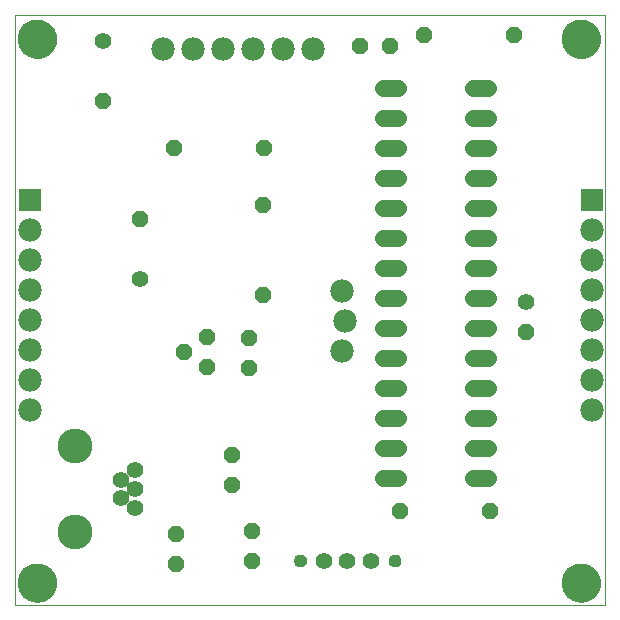
<source format=gts>
G75*
%MOIN*%
%OFA0B0*%
%FSLAX25Y25*%
%IPPOS*%
%LPD*%
%AMOC8*
5,1,8,0,0,1.08239X$1,22.5*
%
%ADD10C,0.00000*%
%ADD11C,0.12998*%
%ADD12OC8,0.05600*%
%ADD13C,0.05600*%
%ADD14C,0.05600*%
%ADD15C,0.07800*%
%ADD16R,0.07800X0.07800*%
%ADD17C,0.05550*%
%ADD18C,0.04337*%
%ADD19C,0.11620*%
D10*
X0010043Y0001800D02*
X0010043Y0198650D01*
X0206893Y0198650D01*
X0206893Y0001800D01*
X0010043Y0001800D01*
X0011244Y0009300D02*
X0011246Y0009458D01*
X0011252Y0009616D01*
X0011262Y0009774D01*
X0011276Y0009932D01*
X0011294Y0010089D01*
X0011315Y0010246D01*
X0011341Y0010402D01*
X0011371Y0010558D01*
X0011404Y0010713D01*
X0011442Y0010866D01*
X0011483Y0011019D01*
X0011528Y0011171D01*
X0011577Y0011322D01*
X0011630Y0011471D01*
X0011686Y0011619D01*
X0011746Y0011765D01*
X0011810Y0011910D01*
X0011878Y0012053D01*
X0011949Y0012195D01*
X0012023Y0012335D01*
X0012101Y0012472D01*
X0012183Y0012608D01*
X0012267Y0012742D01*
X0012356Y0012873D01*
X0012447Y0013002D01*
X0012542Y0013129D01*
X0012639Y0013254D01*
X0012740Y0013376D01*
X0012844Y0013495D01*
X0012951Y0013612D01*
X0013061Y0013726D01*
X0013174Y0013837D01*
X0013289Y0013946D01*
X0013407Y0014051D01*
X0013528Y0014153D01*
X0013651Y0014253D01*
X0013777Y0014349D01*
X0013905Y0014442D01*
X0014035Y0014532D01*
X0014168Y0014618D01*
X0014303Y0014702D01*
X0014439Y0014781D01*
X0014578Y0014858D01*
X0014719Y0014930D01*
X0014861Y0015000D01*
X0015005Y0015065D01*
X0015151Y0015127D01*
X0015298Y0015185D01*
X0015447Y0015240D01*
X0015597Y0015291D01*
X0015748Y0015338D01*
X0015900Y0015381D01*
X0016053Y0015420D01*
X0016208Y0015456D01*
X0016363Y0015487D01*
X0016519Y0015515D01*
X0016675Y0015539D01*
X0016832Y0015559D01*
X0016990Y0015575D01*
X0017147Y0015587D01*
X0017306Y0015595D01*
X0017464Y0015599D01*
X0017622Y0015599D01*
X0017780Y0015595D01*
X0017939Y0015587D01*
X0018096Y0015575D01*
X0018254Y0015559D01*
X0018411Y0015539D01*
X0018567Y0015515D01*
X0018723Y0015487D01*
X0018878Y0015456D01*
X0019033Y0015420D01*
X0019186Y0015381D01*
X0019338Y0015338D01*
X0019489Y0015291D01*
X0019639Y0015240D01*
X0019788Y0015185D01*
X0019935Y0015127D01*
X0020081Y0015065D01*
X0020225Y0015000D01*
X0020367Y0014930D01*
X0020508Y0014858D01*
X0020647Y0014781D01*
X0020783Y0014702D01*
X0020918Y0014618D01*
X0021051Y0014532D01*
X0021181Y0014442D01*
X0021309Y0014349D01*
X0021435Y0014253D01*
X0021558Y0014153D01*
X0021679Y0014051D01*
X0021797Y0013946D01*
X0021912Y0013837D01*
X0022025Y0013726D01*
X0022135Y0013612D01*
X0022242Y0013495D01*
X0022346Y0013376D01*
X0022447Y0013254D01*
X0022544Y0013129D01*
X0022639Y0013002D01*
X0022730Y0012873D01*
X0022819Y0012742D01*
X0022903Y0012608D01*
X0022985Y0012472D01*
X0023063Y0012335D01*
X0023137Y0012195D01*
X0023208Y0012053D01*
X0023276Y0011910D01*
X0023340Y0011765D01*
X0023400Y0011619D01*
X0023456Y0011471D01*
X0023509Y0011322D01*
X0023558Y0011171D01*
X0023603Y0011019D01*
X0023644Y0010866D01*
X0023682Y0010713D01*
X0023715Y0010558D01*
X0023745Y0010402D01*
X0023771Y0010246D01*
X0023792Y0010089D01*
X0023810Y0009932D01*
X0023824Y0009774D01*
X0023834Y0009616D01*
X0023840Y0009458D01*
X0023842Y0009300D01*
X0023840Y0009142D01*
X0023834Y0008984D01*
X0023824Y0008826D01*
X0023810Y0008668D01*
X0023792Y0008511D01*
X0023771Y0008354D01*
X0023745Y0008198D01*
X0023715Y0008042D01*
X0023682Y0007887D01*
X0023644Y0007734D01*
X0023603Y0007581D01*
X0023558Y0007429D01*
X0023509Y0007278D01*
X0023456Y0007129D01*
X0023400Y0006981D01*
X0023340Y0006835D01*
X0023276Y0006690D01*
X0023208Y0006547D01*
X0023137Y0006405D01*
X0023063Y0006265D01*
X0022985Y0006128D01*
X0022903Y0005992D01*
X0022819Y0005858D01*
X0022730Y0005727D01*
X0022639Y0005598D01*
X0022544Y0005471D01*
X0022447Y0005346D01*
X0022346Y0005224D01*
X0022242Y0005105D01*
X0022135Y0004988D01*
X0022025Y0004874D01*
X0021912Y0004763D01*
X0021797Y0004654D01*
X0021679Y0004549D01*
X0021558Y0004447D01*
X0021435Y0004347D01*
X0021309Y0004251D01*
X0021181Y0004158D01*
X0021051Y0004068D01*
X0020918Y0003982D01*
X0020783Y0003898D01*
X0020647Y0003819D01*
X0020508Y0003742D01*
X0020367Y0003670D01*
X0020225Y0003600D01*
X0020081Y0003535D01*
X0019935Y0003473D01*
X0019788Y0003415D01*
X0019639Y0003360D01*
X0019489Y0003309D01*
X0019338Y0003262D01*
X0019186Y0003219D01*
X0019033Y0003180D01*
X0018878Y0003144D01*
X0018723Y0003113D01*
X0018567Y0003085D01*
X0018411Y0003061D01*
X0018254Y0003041D01*
X0018096Y0003025D01*
X0017939Y0003013D01*
X0017780Y0003005D01*
X0017622Y0003001D01*
X0017464Y0003001D01*
X0017306Y0003005D01*
X0017147Y0003013D01*
X0016990Y0003025D01*
X0016832Y0003041D01*
X0016675Y0003061D01*
X0016519Y0003085D01*
X0016363Y0003113D01*
X0016208Y0003144D01*
X0016053Y0003180D01*
X0015900Y0003219D01*
X0015748Y0003262D01*
X0015597Y0003309D01*
X0015447Y0003360D01*
X0015298Y0003415D01*
X0015151Y0003473D01*
X0015005Y0003535D01*
X0014861Y0003600D01*
X0014719Y0003670D01*
X0014578Y0003742D01*
X0014439Y0003819D01*
X0014303Y0003898D01*
X0014168Y0003982D01*
X0014035Y0004068D01*
X0013905Y0004158D01*
X0013777Y0004251D01*
X0013651Y0004347D01*
X0013528Y0004447D01*
X0013407Y0004549D01*
X0013289Y0004654D01*
X0013174Y0004763D01*
X0013061Y0004874D01*
X0012951Y0004988D01*
X0012844Y0005105D01*
X0012740Y0005224D01*
X0012639Y0005346D01*
X0012542Y0005471D01*
X0012447Y0005598D01*
X0012356Y0005727D01*
X0012267Y0005858D01*
X0012183Y0005992D01*
X0012101Y0006128D01*
X0012023Y0006265D01*
X0011949Y0006405D01*
X0011878Y0006547D01*
X0011810Y0006690D01*
X0011746Y0006835D01*
X0011686Y0006981D01*
X0011630Y0007129D01*
X0011577Y0007278D01*
X0011528Y0007429D01*
X0011483Y0007581D01*
X0011442Y0007734D01*
X0011404Y0007887D01*
X0011371Y0008042D01*
X0011341Y0008198D01*
X0011315Y0008354D01*
X0011294Y0008511D01*
X0011276Y0008668D01*
X0011262Y0008826D01*
X0011252Y0008984D01*
X0011246Y0009142D01*
X0011244Y0009300D01*
X0103172Y0016692D02*
X0103174Y0016780D01*
X0103180Y0016868D01*
X0103190Y0016956D01*
X0103204Y0017044D01*
X0103221Y0017130D01*
X0103243Y0017216D01*
X0103268Y0017300D01*
X0103298Y0017384D01*
X0103330Y0017466D01*
X0103367Y0017546D01*
X0103407Y0017625D01*
X0103451Y0017702D01*
X0103498Y0017777D01*
X0103548Y0017849D01*
X0103602Y0017920D01*
X0103658Y0017987D01*
X0103718Y0018053D01*
X0103780Y0018115D01*
X0103846Y0018175D01*
X0103913Y0018231D01*
X0103984Y0018285D01*
X0104056Y0018335D01*
X0104131Y0018382D01*
X0104208Y0018426D01*
X0104287Y0018466D01*
X0104367Y0018503D01*
X0104449Y0018535D01*
X0104533Y0018565D01*
X0104617Y0018590D01*
X0104703Y0018612D01*
X0104789Y0018629D01*
X0104877Y0018643D01*
X0104965Y0018653D01*
X0105053Y0018659D01*
X0105141Y0018661D01*
X0105229Y0018659D01*
X0105317Y0018653D01*
X0105405Y0018643D01*
X0105493Y0018629D01*
X0105579Y0018612D01*
X0105665Y0018590D01*
X0105749Y0018565D01*
X0105833Y0018535D01*
X0105915Y0018503D01*
X0105995Y0018466D01*
X0106074Y0018426D01*
X0106151Y0018382D01*
X0106226Y0018335D01*
X0106298Y0018285D01*
X0106369Y0018231D01*
X0106436Y0018175D01*
X0106502Y0018115D01*
X0106564Y0018053D01*
X0106624Y0017987D01*
X0106680Y0017920D01*
X0106734Y0017849D01*
X0106784Y0017777D01*
X0106831Y0017702D01*
X0106875Y0017625D01*
X0106915Y0017546D01*
X0106952Y0017466D01*
X0106984Y0017384D01*
X0107014Y0017300D01*
X0107039Y0017216D01*
X0107061Y0017130D01*
X0107078Y0017044D01*
X0107092Y0016956D01*
X0107102Y0016868D01*
X0107108Y0016780D01*
X0107110Y0016692D01*
X0107108Y0016604D01*
X0107102Y0016516D01*
X0107092Y0016428D01*
X0107078Y0016340D01*
X0107061Y0016254D01*
X0107039Y0016168D01*
X0107014Y0016084D01*
X0106984Y0016000D01*
X0106952Y0015918D01*
X0106915Y0015838D01*
X0106875Y0015759D01*
X0106831Y0015682D01*
X0106784Y0015607D01*
X0106734Y0015535D01*
X0106680Y0015464D01*
X0106624Y0015397D01*
X0106564Y0015331D01*
X0106502Y0015269D01*
X0106436Y0015209D01*
X0106369Y0015153D01*
X0106298Y0015099D01*
X0106226Y0015049D01*
X0106151Y0015002D01*
X0106074Y0014958D01*
X0105995Y0014918D01*
X0105915Y0014881D01*
X0105833Y0014849D01*
X0105749Y0014819D01*
X0105665Y0014794D01*
X0105579Y0014772D01*
X0105493Y0014755D01*
X0105405Y0014741D01*
X0105317Y0014731D01*
X0105229Y0014725D01*
X0105141Y0014723D01*
X0105053Y0014725D01*
X0104965Y0014731D01*
X0104877Y0014741D01*
X0104789Y0014755D01*
X0104703Y0014772D01*
X0104617Y0014794D01*
X0104533Y0014819D01*
X0104449Y0014849D01*
X0104367Y0014881D01*
X0104287Y0014918D01*
X0104208Y0014958D01*
X0104131Y0015002D01*
X0104056Y0015049D01*
X0103984Y0015099D01*
X0103913Y0015153D01*
X0103846Y0015209D01*
X0103780Y0015269D01*
X0103718Y0015331D01*
X0103658Y0015397D01*
X0103602Y0015464D01*
X0103548Y0015535D01*
X0103498Y0015607D01*
X0103451Y0015682D01*
X0103407Y0015759D01*
X0103367Y0015838D01*
X0103330Y0015918D01*
X0103298Y0016000D01*
X0103268Y0016084D01*
X0103243Y0016168D01*
X0103221Y0016254D01*
X0103204Y0016340D01*
X0103190Y0016428D01*
X0103180Y0016516D01*
X0103174Y0016604D01*
X0103172Y0016692D01*
X0134668Y0016692D02*
X0134670Y0016780D01*
X0134676Y0016868D01*
X0134686Y0016956D01*
X0134700Y0017044D01*
X0134717Y0017130D01*
X0134739Y0017216D01*
X0134764Y0017300D01*
X0134794Y0017384D01*
X0134826Y0017466D01*
X0134863Y0017546D01*
X0134903Y0017625D01*
X0134947Y0017702D01*
X0134994Y0017777D01*
X0135044Y0017849D01*
X0135098Y0017920D01*
X0135154Y0017987D01*
X0135214Y0018053D01*
X0135276Y0018115D01*
X0135342Y0018175D01*
X0135409Y0018231D01*
X0135480Y0018285D01*
X0135552Y0018335D01*
X0135627Y0018382D01*
X0135704Y0018426D01*
X0135783Y0018466D01*
X0135863Y0018503D01*
X0135945Y0018535D01*
X0136029Y0018565D01*
X0136113Y0018590D01*
X0136199Y0018612D01*
X0136285Y0018629D01*
X0136373Y0018643D01*
X0136461Y0018653D01*
X0136549Y0018659D01*
X0136637Y0018661D01*
X0136725Y0018659D01*
X0136813Y0018653D01*
X0136901Y0018643D01*
X0136989Y0018629D01*
X0137075Y0018612D01*
X0137161Y0018590D01*
X0137245Y0018565D01*
X0137329Y0018535D01*
X0137411Y0018503D01*
X0137491Y0018466D01*
X0137570Y0018426D01*
X0137647Y0018382D01*
X0137722Y0018335D01*
X0137794Y0018285D01*
X0137865Y0018231D01*
X0137932Y0018175D01*
X0137998Y0018115D01*
X0138060Y0018053D01*
X0138120Y0017987D01*
X0138176Y0017920D01*
X0138230Y0017849D01*
X0138280Y0017777D01*
X0138327Y0017702D01*
X0138371Y0017625D01*
X0138411Y0017546D01*
X0138448Y0017466D01*
X0138480Y0017384D01*
X0138510Y0017300D01*
X0138535Y0017216D01*
X0138557Y0017130D01*
X0138574Y0017044D01*
X0138588Y0016956D01*
X0138598Y0016868D01*
X0138604Y0016780D01*
X0138606Y0016692D01*
X0138604Y0016604D01*
X0138598Y0016516D01*
X0138588Y0016428D01*
X0138574Y0016340D01*
X0138557Y0016254D01*
X0138535Y0016168D01*
X0138510Y0016084D01*
X0138480Y0016000D01*
X0138448Y0015918D01*
X0138411Y0015838D01*
X0138371Y0015759D01*
X0138327Y0015682D01*
X0138280Y0015607D01*
X0138230Y0015535D01*
X0138176Y0015464D01*
X0138120Y0015397D01*
X0138060Y0015331D01*
X0137998Y0015269D01*
X0137932Y0015209D01*
X0137865Y0015153D01*
X0137794Y0015099D01*
X0137722Y0015049D01*
X0137647Y0015002D01*
X0137570Y0014958D01*
X0137491Y0014918D01*
X0137411Y0014881D01*
X0137329Y0014849D01*
X0137245Y0014819D01*
X0137161Y0014794D01*
X0137075Y0014772D01*
X0136989Y0014755D01*
X0136901Y0014741D01*
X0136813Y0014731D01*
X0136725Y0014725D01*
X0136637Y0014723D01*
X0136549Y0014725D01*
X0136461Y0014731D01*
X0136373Y0014741D01*
X0136285Y0014755D01*
X0136199Y0014772D01*
X0136113Y0014794D01*
X0136029Y0014819D01*
X0135945Y0014849D01*
X0135863Y0014881D01*
X0135783Y0014918D01*
X0135704Y0014958D01*
X0135627Y0015002D01*
X0135552Y0015049D01*
X0135480Y0015099D01*
X0135409Y0015153D01*
X0135342Y0015209D01*
X0135276Y0015269D01*
X0135214Y0015331D01*
X0135154Y0015397D01*
X0135098Y0015464D01*
X0135044Y0015535D01*
X0134994Y0015607D01*
X0134947Y0015682D01*
X0134903Y0015759D01*
X0134863Y0015838D01*
X0134826Y0015918D01*
X0134794Y0016000D01*
X0134764Y0016084D01*
X0134739Y0016168D01*
X0134717Y0016254D01*
X0134700Y0016340D01*
X0134686Y0016428D01*
X0134676Y0016516D01*
X0134670Y0016604D01*
X0134668Y0016692D01*
X0192494Y0009300D02*
X0192496Y0009458D01*
X0192502Y0009616D01*
X0192512Y0009774D01*
X0192526Y0009932D01*
X0192544Y0010089D01*
X0192565Y0010246D01*
X0192591Y0010402D01*
X0192621Y0010558D01*
X0192654Y0010713D01*
X0192692Y0010866D01*
X0192733Y0011019D01*
X0192778Y0011171D01*
X0192827Y0011322D01*
X0192880Y0011471D01*
X0192936Y0011619D01*
X0192996Y0011765D01*
X0193060Y0011910D01*
X0193128Y0012053D01*
X0193199Y0012195D01*
X0193273Y0012335D01*
X0193351Y0012472D01*
X0193433Y0012608D01*
X0193517Y0012742D01*
X0193606Y0012873D01*
X0193697Y0013002D01*
X0193792Y0013129D01*
X0193889Y0013254D01*
X0193990Y0013376D01*
X0194094Y0013495D01*
X0194201Y0013612D01*
X0194311Y0013726D01*
X0194424Y0013837D01*
X0194539Y0013946D01*
X0194657Y0014051D01*
X0194778Y0014153D01*
X0194901Y0014253D01*
X0195027Y0014349D01*
X0195155Y0014442D01*
X0195285Y0014532D01*
X0195418Y0014618D01*
X0195553Y0014702D01*
X0195689Y0014781D01*
X0195828Y0014858D01*
X0195969Y0014930D01*
X0196111Y0015000D01*
X0196255Y0015065D01*
X0196401Y0015127D01*
X0196548Y0015185D01*
X0196697Y0015240D01*
X0196847Y0015291D01*
X0196998Y0015338D01*
X0197150Y0015381D01*
X0197303Y0015420D01*
X0197458Y0015456D01*
X0197613Y0015487D01*
X0197769Y0015515D01*
X0197925Y0015539D01*
X0198082Y0015559D01*
X0198240Y0015575D01*
X0198397Y0015587D01*
X0198556Y0015595D01*
X0198714Y0015599D01*
X0198872Y0015599D01*
X0199030Y0015595D01*
X0199189Y0015587D01*
X0199346Y0015575D01*
X0199504Y0015559D01*
X0199661Y0015539D01*
X0199817Y0015515D01*
X0199973Y0015487D01*
X0200128Y0015456D01*
X0200283Y0015420D01*
X0200436Y0015381D01*
X0200588Y0015338D01*
X0200739Y0015291D01*
X0200889Y0015240D01*
X0201038Y0015185D01*
X0201185Y0015127D01*
X0201331Y0015065D01*
X0201475Y0015000D01*
X0201617Y0014930D01*
X0201758Y0014858D01*
X0201897Y0014781D01*
X0202033Y0014702D01*
X0202168Y0014618D01*
X0202301Y0014532D01*
X0202431Y0014442D01*
X0202559Y0014349D01*
X0202685Y0014253D01*
X0202808Y0014153D01*
X0202929Y0014051D01*
X0203047Y0013946D01*
X0203162Y0013837D01*
X0203275Y0013726D01*
X0203385Y0013612D01*
X0203492Y0013495D01*
X0203596Y0013376D01*
X0203697Y0013254D01*
X0203794Y0013129D01*
X0203889Y0013002D01*
X0203980Y0012873D01*
X0204069Y0012742D01*
X0204153Y0012608D01*
X0204235Y0012472D01*
X0204313Y0012335D01*
X0204387Y0012195D01*
X0204458Y0012053D01*
X0204526Y0011910D01*
X0204590Y0011765D01*
X0204650Y0011619D01*
X0204706Y0011471D01*
X0204759Y0011322D01*
X0204808Y0011171D01*
X0204853Y0011019D01*
X0204894Y0010866D01*
X0204932Y0010713D01*
X0204965Y0010558D01*
X0204995Y0010402D01*
X0205021Y0010246D01*
X0205042Y0010089D01*
X0205060Y0009932D01*
X0205074Y0009774D01*
X0205084Y0009616D01*
X0205090Y0009458D01*
X0205092Y0009300D01*
X0205090Y0009142D01*
X0205084Y0008984D01*
X0205074Y0008826D01*
X0205060Y0008668D01*
X0205042Y0008511D01*
X0205021Y0008354D01*
X0204995Y0008198D01*
X0204965Y0008042D01*
X0204932Y0007887D01*
X0204894Y0007734D01*
X0204853Y0007581D01*
X0204808Y0007429D01*
X0204759Y0007278D01*
X0204706Y0007129D01*
X0204650Y0006981D01*
X0204590Y0006835D01*
X0204526Y0006690D01*
X0204458Y0006547D01*
X0204387Y0006405D01*
X0204313Y0006265D01*
X0204235Y0006128D01*
X0204153Y0005992D01*
X0204069Y0005858D01*
X0203980Y0005727D01*
X0203889Y0005598D01*
X0203794Y0005471D01*
X0203697Y0005346D01*
X0203596Y0005224D01*
X0203492Y0005105D01*
X0203385Y0004988D01*
X0203275Y0004874D01*
X0203162Y0004763D01*
X0203047Y0004654D01*
X0202929Y0004549D01*
X0202808Y0004447D01*
X0202685Y0004347D01*
X0202559Y0004251D01*
X0202431Y0004158D01*
X0202301Y0004068D01*
X0202168Y0003982D01*
X0202033Y0003898D01*
X0201897Y0003819D01*
X0201758Y0003742D01*
X0201617Y0003670D01*
X0201475Y0003600D01*
X0201331Y0003535D01*
X0201185Y0003473D01*
X0201038Y0003415D01*
X0200889Y0003360D01*
X0200739Y0003309D01*
X0200588Y0003262D01*
X0200436Y0003219D01*
X0200283Y0003180D01*
X0200128Y0003144D01*
X0199973Y0003113D01*
X0199817Y0003085D01*
X0199661Y0003061D01*
X0199504Y0003041D01*
X0199346Y0003025D01*
X0199189Y0003013D01*
X0199030Y0003005D01*
X0198872Y0003001D01*
X0198714Y0003001D01*
X0198556Y0003005D01*
X0198397Y0003013D01*
X0198240Y0003025D01*
X0198082Y0003041D01*
X0197925Y0003061D01*
X0197769Y0003085D01*
X0197613Y0003113D01*
X0197458Y0003144D01*
X0197303Y0003180D01*
X0197150Y0003219D01*
X0196998Y0003262D01*
X0196847Y0003309D01*
X0196697Y0003360D01*
X0196548Y0003415D01*
X0196401Y0003473D01*
X0196255Y0003535D01*
X0196111Y0003600D01*
X0195969Y0003670D01*
X0195828Y0003742D01*
X0195689Y0003819D01*
X0195553Y0003898D01*
X0195418Y0003982D01*
X0195285Y0004068D01*
X0195155Y0004158D01*
X0195027Y0004251D01*
X0194901Y0004347D01*
X0194778Y0004447D01*
X0194657Y0004549D01*
X0194539Y0004654D01*
X0194424Y0004763D01*
X0194311Y0004874D01*
X0194201Y0004988D01*
X0194094Y0005105D01*
X0193990Y0005224D01*
X0193889Y0005346D01*
X0193792Y0005471D01*
X0193697Y0005598D01*
X0193606Y0005727D01*
X0193517Y0005858D01*
X0193433Y0005992D01*
X0193351Y0006128D01*
X0193273Y0006265D01*
X0193199Y0006405D01*
X0193128Y0006547D01*
X0193060Y0006690D01*
X0192996Y0006835D01*
X0192936Y0006981D01*
X0192880Y0007129D01*
X0192827Y0007278D01*
X0192778Y0007429D01*
X0192733Y0007581D01*
X0192692Y0007734D01*
X0192654Y0007887D01*
X0192621Y0008042D01*
X0192591Y0008198D01*
X0192565Y0008354D01*
X0192544Y0008511D01*
X0192526Y0008668D01*
X0192512Y0008826D01*
X0192502Y0008984D01*
X0192496Y0009142D01*
X0192494Y0009300D01*
X0192494Y0190550D02*
X0192496Y0190708D01*
X0192502Y0190866D01*
X0192512Y0191024D01*
X0192526Y0191182D01*
X0192544Y0191339D01*
X0192565Y0191496D01*
X0192591Y0191652D01*
X0192621Y0191808D01*
X0192654Y0191963D01*
X0192692Y0192116D01*
X0192733Y0192269D01*
X0192778Y0192421D01*
X0192827Y0192572D01*
X0192880Y0192721D01*
X0192936Y0192869D01*
X0192996Y0193015D01*
X0193060Y0193160D01*
X0193128Y0193303D01*
X0193199Y0193445D01*
X0193273Y0193585D01*
X0193351Y0193722D01*
X0193433Y0193858D01*
X0193517Y0193992D01*
X0193606Y0194123D01*
X0193697Y0194252D01*
X0193792Y0194379D01*
X0193889Y0194504D01*
X0193990Y0194626D01*
X0194094Y0194745D01*
X0194201Y0194862D01*
X0194311Y0194976D01*
X0194424Y0195087D01*
X0194539Y0195196D01*
X0194657Y0195301D01*
X0194778Y0195403D01*
X0194901Y0195503D01*
X0195027Y0195599D01*
X0195155Y0195692D01*
X0195285Y0195782D01*
X0195418Y0195868D01*
X0195553Y0195952D01*
X0195689Y0196031D01*
X0195828Y0196108D01*
X0195969Y0196180D01*
X0196111Y0196250D01*
X0196255Y0196315D01*
X0196401Y0196377D01*
X0196548Y0196435D01*
X0196697Y0196490D01*
X0196847Y0196541D01*
X0196998Y0196588D01*
X0197150Y0196631D01*
X0197303Y0196670D01*
X0197458Y0196706D01*
X0197613Y0196737D01*
X0197769Y0196765D01*
X0197925Y0196789D01*
X0198082Y0196809D01*
X0198240Y0196825D01*
X0198397Y0196837D01*
X0198556Y0196845D01*
X0198714Y0196849D01*
X0198872Y0196849D01*
X0199030Y0196845D01*
X0199189Y0196837D01*
X0199346Y0196825D01*
X0199504Y0196809D01*
X0199661Y0196789D01*
X0199817Y0196765D01*
X0199973Y0196737D01*
X0200128Y0196706D01*
X0200283Y0196670D01*
X0200436Y0196631D01*
X0200588Y0196588D01*
X0200739Y0196541D01*
X0200889Y0196490D01*
X0201038Y0196435D01*
X0201185Y0196377D01*
X0201331Y0196315D01*
X0201475Y0196250D01*
X0201617Y0196180D01*
X0201758Y0196108D01*
X0201897Y0196031D01*
X0202033Y0195952D01*
X0202168Y0195868D01*
X0202301Y0195782D01*
X0202431Y0195692D01*
X0202559Y0195599D01*
X0202685Y0195503D01*
X0202808Y0195403D01*
X0202929Y0195301D01*
X0203047Y0195196D01*
X0203162Y0195087D01*
X0203275Y0194976D01*
X0203385Y0194862D01*
X0203492Y0194745D01*
X0203596Y0194626D01*
X0203697Y0194504D01*
X0203794Y0194379D01*
X0203889Y0194252D01*
X0203980Y0194123D01*
X0204069Y0193992D01*
X0204153Y0193858D01*
X0204235Y0193722D01*
X0204313Y0193585D01*
X0204387Y0193445D01*
X0204458Y0193303D01*
X0204526Y0193160D01*
X0204590Y0193015D01*
X0204650Y0192869D01*
X0204706Y0192721D01*
X0204759Y0192572D01*
X0204808Y0192421D01*
X0204853Y0192269D01*
X0204894Y0192116D01*
X0204932Y0191963D01*
X0204965Y0191808D01*
X0204995Y0191652D01*
X0205021Y0191496D01*
X0205042Y0191339D01*
X0205060Y0191182D01*
X0205074Y0191024D01*
X0205084Y0190866D01*
X0205090Y0190708D01*
X0205092Y0190550D01*
X0205090Y0190392D01*
X0205084Y0190234D01*
X0205074Y0190076D01*
X0205060Y0189918D01*
X0205042Y0189761D01*
X0205021Y0189604D01*
X0204995Y0189448D01*
X0204965Y0189292D01*
X0204932Y0189137D01*
X0204894Y0188984D01*
X0204853Y0188831D01*
X0204808Y0188679D01*
X0204759Y0188528D01*
X0204706Y0188379D01*
X0204650Y0188231D01*
X0204590Y0188085D01*
X0204526Y0187940D01*
X0204458Y0187797D01*
X0204387Y0187655D01*
X0204313Y0187515D01*
X0204235Y0187378D01*
X0204153Y0187242D01*
X0204069Y0187108D01*
X0203980Y0186977D01*
X0203889Y0186848D01*
X0203794Y0186721D01*
X0203697Y0186596D01*
X0203596Y0186474D01*
X0203492Y0186355D01*
X0203385Y0186238D01*
X0203275Y0186124D01*
X0203162Y0186013D01*
X0203047Y0185904D01*
X0202929Y0185799D01*
X0202808Y0185697D01*
X0202685Y0185597D01*
X0202559Y0185501D01*
X0202431Y0185408D01*
X0202301Y0185318D01*
X0202168Y0185232D01*
X0202033Y0185148D01*
X0201897Y0185069D01*
X0201758Y0184992D01*
X0201617Y0184920D01*
X0201475Y0184850D01*
X0201331Y0184785D01*
X0201185Y0184723D01*
X0201038Y0184665D01*
X0200889Y0184610D01*
X0200739Y0184559D01*
X0200588Y0184512D01*
X0200436Y0184469D01*
X0200283Y0184430D01*
X0200128Y0184394D01*
X0199973Y0184363D01*
X0199817Y0184335D01*
X0199661Y0184311D01*
X0199504Y0184291D01*
X0199346Y0184275D01*
X0199189Y0184263D01*
X0199030Y0184255D01*
X0198872Y0184251D01*
X0198714Y0184251D01*
X0198556Y0184255D01*
X0198397Y0184263D01*
X0198240Y0184275D01*
X0198082Y0184291D01*
X0197925Y0184311D01*
X0197769Y0184335D01*
X0197613Y0184363D01*
X0197458Y0184394D01*
X0197303Y0184430D01*
X0197150Y0184469D01*
X0196998Y0184512D01*
X0196847Y0184559D01*
X0196697Y0184610D01*
X0196548Y0184665D01*
X0196401Y0184723D01*
X0196255Y0184785D01*
X0196111Y0184850D01*
X0195969Y0184920D01*
X0195828Y0184992D01*
X0195689Y0185069D01*
X0195553Y0185148D01*
X0195418Y0185232D01*
X0195285Y0185318D01*
X0195155Y0185408D01*
X0195027Y0185501D01*
X0194901Y0185597D01*
X0194778Y0185697D01*
X0194657Y0185799D01*
X0194539Y0185904D01*
X0194424Y0186013D01*
X0194311Y0186124D01*
X0194201Y0186238D01*
X0194094Y0186355D01*
X0193990Y0186474D01*
X0193889Y0186596D01*
X0193792Y0186721D01*
X0193697Y0186848D01*
X0193606Y0186977D01*
X0193517Y0187108D01*
X0193433Y0187242D01*
X0193351Y0187378D01*
X0193273Y0187515D01*
X0193199Y0187655D01*
X0193128Y0187797D01*
X0193060Y0187940D01*
X0192996Y0188085D01*
X0192936Y0188231D01*
X0192880Y0188379D01*
X0192827Y0188528D01*
X0192778Y0188679D01*
X0192733Y0188831D01*
X0192692Y0188984D01*
X0192654Y0189137D01*
X0192621Y0189292D01*
X0192591Y0189448D01*
X0192565Y0189604D01*
X0192544Y0189761D01*
X0192526Y0189918D01*
X0192512Y0190076D01*
X0192502Y0190234D01*
X0192496Y0190392D01*
X0192494Y0190550D01*
X0011244Y0190550D02*
X0011246Y0190708D01*
X0011252Y0190866D01*
X0011262Y0191024D01*
X0011276Y0191182D01*
X0011294Y0191339D01*
X0011315Y0191496D01*
X0011341Y0191652D01*
X0011371Y0191808D01*
X0011404Y0191963D01*
X0011442Y0192116D01*
X0011483Y0192269D01*
X0011528Y0192421D01*
X0011577Y0192572D01*
X0011630Y0192721D01*
X0011686Y0192869D01*
X0011746Y0193015D01*
X0011810Y0193160D01*
X0011878Y0193303D01*
X0011949Y0193445D01*
X0012023Y0193585D01*
X0012101Y0193722D01*
X0012183Y0193858D01*
X0012267Y0193992D01*
X0012356Y0194123D01*
X0012447Y0194252D01*
X0012542Y0194379D01*
X0012639Y0194504D01*
X0012740Y0194626D01*
X0012844Y0194745D01*
X0012951Y0194862D01*
X0013061Y0194976D01*
X0013174Y0195087D01*
X0013289Y0195196D01*
X0013407Y0195301D01*
X0013528Y0195403D01*
X0013651Y0195503D01*
X0013777Y0195599D01*
X0013905Y0195692D01*
X0014035Y0195782D01*
X0014168Y0195868D01*
X0014303Y0195952D01*
X0014439Y0196031D01*
X0014578Y0196108D01*
X0014719Y0196180D01*
X0014861Y0196250D01*
X0015005Y0196315D01*
X0015151Y0196377D01*
X0015298Y0196435D01*
X0015447Y0196490D01*
X0015597Y0196541D01*
X0015748Y0196588D01*
X0015900Y0196631D01*
X0016053Y0196670D01*
X0016208Y0196706D01*
X0016363Y0196737D01*
X0016519Y0196765D01*
X0016675Y0196789D01*
X0016832Y0196809D01*
X0016990Y0196825D01*
X0017147Y0196837D01*
X0017306Y0196845D01*
X0017464Y0196849D01*
X0017622Y0196849D01*
X0017780Y0196845D01*
X0017939Y0196837D01*
X0018096Y0196825D01*
X0018254Y0196809D01*
X0018411Y0196789D01*
X0018567Y0196765D01*
X0018723Y0196737D01*
X0018878Y0196706D01*
X0019033Y0196670D01*
X0019186Y0196631D01*
X0019338Y0196588D01*
X0019489Y0196541D01*
X0019639Y0196490D01*
X0019788Y0196435D01*
X0019935Y0196377D01*
X0020081Y0196315D01*
X0020225Y0196250D01*
X0020367Y0196180D01*
X0020508Y0196108D01*
X0020647Y0196031D01*
X0020783Y0195952D01*
X0020918Y0195868D01*
X0021051Y0195782D01*
X0021181Y0195692D01*
X0021309Y0195599D01*
X0021435Y0195503D01*
X0021558Y0195403D01*
X0021679Y0195301D01*
X0021797Y0195196D01*
X0021912Y0195087D01*
X0022025Y0194976D01*
X0022135Y0194862D01*
X0022242Y0194745D01*
X0022346Y0194626D01*
X0022447Y0194504D01*
X0022544Y0194379D01*
X0022639Y0194252D01*
X0022730Y0194123D01*
X0022819Y0193992D01*
X0022903Y0193858D01*
X0022985Y0193722D01*
X0023063Y0193585D01*
X0023137Y0193445D01*
X0023208Y0193303D01*
X0023276Y0193160D01*
X0023340Y0193015D01*
X0023400Y0192869D01*
X0023456Y0192721D01*
X0023509Y0192572D01*
X0023558Y0192421D01*
X0023603Y0192269D01*
X0023644Y0192116D01*
X0023682Y0191963D01*
X0023715Y0191808D01*
X0023745Y0191652D01*
X0023771Y0191496D01*
X0023792Y0191339D01*
X0023810Y0191182D01*
X0023824Y0191024D01*
X0023834Y0190866D01*
X0023840Y0190708D01*
X0023842Y0190550D01*
X0023840Y0190392D01*
X0023834Y0190234D01*
X0023824Y0190076D01*
X0023810Y0189918D01*
X0023792Y0189761D01*
X0023771Y0189604D01*
X0023745Y0189448D01*
X0023715Y0189292D01*
X0023682Y0189137D01*
X0023644Y0188984D01*
X0023603Y0188831D01*
X0023558Y0188679D01*
X0023509Y0188528D01*
X0023456Y0188379D01*
X0023400Y0188231D01*
X0023340Y0188085D01*
X0023276Y0187940D01*
X0023208Y0187797D01*
X0023137Y0187655D01*
X0023063Y0187515D01*
X0022985Y0187378D01*
X0022903Y0187242D01*
X0022819Y0187108D01*
X0022730Y0186977D01*
X0022639Y0186848D01*
X0022544Y0186721D01*
X0022447Y0186596D01*
X0022346Y0186474D01*
X0022242Y0186355D01*
X0022135Y0186238D01*
X0022025Y0186124D01*
X0021912Y0186013D01*
X0021797Y0185904D01*
X0021679Y0185799D01*
X0021558Y0185697D01*
X0021435Y0185597D01*
X0021309Y0185501D01*
X0021181Y0185408D01*
X0021051Y0185318D01*
X0020918Y0185232D01*
X0020783Y0185148D01*
X0020647Y0185069D01*
X0020508Y0184992D01*
X0020367Y0184920D01*
X0020225Y0184850D01*
X0020081Y0184785D01*
X0019935Y0184723D01*
X0019788Y0184665D01*
X0019639Y0184610D01*
X0019489Y0184559D01*
X0019338Y0184512D01*
X0019186Y0184469D01*
X0019033Y0184430D01*
X0018878Y0184394D01*
X0018723Y0184363D01*
X0018567Y0184335D01*
X0018411Y0184311D01*
X0018254Y0184291D01*
X0018096Y0184275D01*
X0017939Y0184263D01*
X0017780Y0184255D01*
X0017622Y0184251D01*
X0017464Y0184251D01*
X0017306Y0184255D01*
X0017147Y0184263D01*
X0016990Y0184275D01*
X0016832Y0184291D01*
X0016675Y0184311D01*
X0016519Y0184335D01*
X0016363Y0184363D01*
X0016208Y0184394D01*
X0016053Y0184430D01*
X0015900Y0184469D01*
X0015748Y0184512D01*
X0015597Y0184559D01*
X0015447Y0184610D01*
X0015298Y0184665D01*
X0015151Y0184723D01*
X0015005Y0184785D01*
X0014861Y0184850D01*
X0014719Y0184920D01*
X0014578Y0184992D01*
X0014439Y0185069D01*
X0014303Y0185148D01*
X0014168Y0185232D01*
X0014035Y0185318D01*
X0013905Y0185408D01*
X0013777Y0185501D01*
X0013651Y0185597D01*
X0013528Y0185697D01*
X0013407Y0185799D01*
X0013289Y0185904D01*
X0013174Y0186013D01*
X0013061Y0186124D01*
X0012951Y0186238D01*
X0012844Y0186355D01*
X0012740Y0186474D01*
X0012639Y0186596D01*
X0012542Y0186721D01*
X0012447Y0186848D01*
X0012356Y0186977D01*
X0012267Y0187108D01*
X0012183Y0187242D01*
X0012101Y0187378D01*
X0012023Y0187515D01*
X0011949Y0187655D01*
X0011878Y0187797D01*
X0011810Y0187940D01*
X0011746Y0188085D01*
X0011686Y0188231D01*
X0011630Y0188379D01*
X0011577Y0188528D01*
X0011528Y0188679D01*
X0011483Y0188831D01*
X0011442Y0188984D01*
X0011404Y0189137D01*
X0011371Y0189292D01*
X0011341Y0189448D01*
X0011315Y0189604D01*
X0011294Y0189761D01*
X0011276Y0189918D01*
X0011262Y0190076D01*
X0011252Y0190234D01*
X0011246Y0190392D01*
X0011244Y0190550D01*
D11*
X0017543Y0190550D03*
X0198793Y0190550D03*
X0198793Y0009300D03*
X0017543Y0009300D03*
D12*
X0063862Y0015619D03*
X0063862Y0025619D03*
X0082484Y0041997D03*
X0082484Y0051997D03*
X0089127Y0026574D03*
X0089127Y0016574D03*
X0138379Y0033129D03*
X0168379Y0033129D03*
X0180476Y0092863D03*
X0092680Y0105304D03*
X0087986Y0090934D03*
X0087986Y0080934D03*
X0074019Y0081209D03*
X0066519Y0086209D03*
X0074019Y0091209D03*
X0051657Y0130580D03*
X0062995Y0154320D03*
X0039610Y0169989D03*
X0092995Y0154320D03*
X0092680Y0135304D03*
X0125043Y0188316D03*
X0135043Y0188316D03*
X0146499Y0191879D03*
X0176499Y0191879D03*
D13*
X0180476Y0102863D03*
X0051657Y0110580D03*
X0039610Y0189989D03*
D14*
X0132679Y0174241D02*
X0137879Y0174241D01*
X0137879Y0164241D02*
X0132679Y0164241D01*
X0132679Y0154241D02*
X0137879Y0154241D01*
X0137879Y0144241D02*
X0132679Y0144241D01*
X0132679Y0134241D02*
X0137879Y0134241D01*
X0137879Y0124241D02*
X0132679Y0124241D01*
X0132679Y0114241D02*
X0137879Y0114241D01*
X0137879Y0104241D02*
X0132679Y0104241D01*
X0132679Y0094241D02*
X0137879Y0094241D01*
X0137879Y0084241D02*
X0132679Y0084241D01*
X0132679Y0074241D02*
X0137879Y0074241D01*
X0137879Y0064241D02*
X0132679Y0064241D01*
X0132679Y0054241D02*
X0137879Y0054241D01*
X0137879Y0044241D02*
X0132679Y0044241D01*
X0162679Y0044241D02*
X0167879Y0044241D01*
X0167879Y0054241D02*
X0162679Y0054241D01*
X0162679Y0064241D02*
X0167879Y0064241D01*
X0167879Y0074241D02*
X0162679Y0074241D01*
X0162679Y0084241D02*
X0167879Y0084241D01*
X0167879Y0094241D02*
X0162679Y0094241D01*
X0162679Y0104241D02*
X0167879Y0104241D01*
X0167879Y0114241D02*
X0162679Y0114241D01*
X0162679Y0124241D02*
X0167879Y0124241D01*
X0167879Y0134241D02*
X0162679Y0134241D01*
X0162679Y0144241D02*
X0167879Y0144241D01*
X0167879Y0154241D02*
X0162679Y0154241D01*
X0162679Y0164241D02*
X0167879Y0164241D01*
X0167879Y0174241D02*
X0162679Y0174241D01*
D15*
X0202543Y0126800D03*
X0202543Y0116800D03*
X0202543Y0106800D03*
X0202543Y0096800D03*
X0202543Y0086800D03*
X0202543Y0076800D03*
X0202543Y0066800D03*
X0119267Y0086643D03*
X0120267Y0096643D03*
X0119267Y0106643D03*
X0109491Y0187194D03*
X0099491Y0187194D03*
X0089491Y0187194D03*
X0079491Y0187194D03*
X0069491Y0187194D03*
X0059491Y0187194D03*
X0015043Y0126800D03*
X0015043Y0116800D03*
X0015043Y0106800D03*
X0015043Y0096800D03*
X0015043Y0086800D03*
X0015043Y0076800D03*
X0015043Y0066800D03*
D16*
X0015043Y0136800D03*
X0202543Y0136800D03*
D17*
X0128763Y0016692D03*
X0120889Y0016692D03*
X0113015Y0016692D03*
X0050121Y0034251D03*
X0045397Y0037400D03*
X0050121Y0040550D03*
X0045397Y0043700D03*
X0050121Y0046849D03*
D18*
X0105141Y0016692D03*
X0136637Y0016692D03*
D19*
X0030043Y0026180D03*
X0030043Y0054920D03*
M02*

</source>
